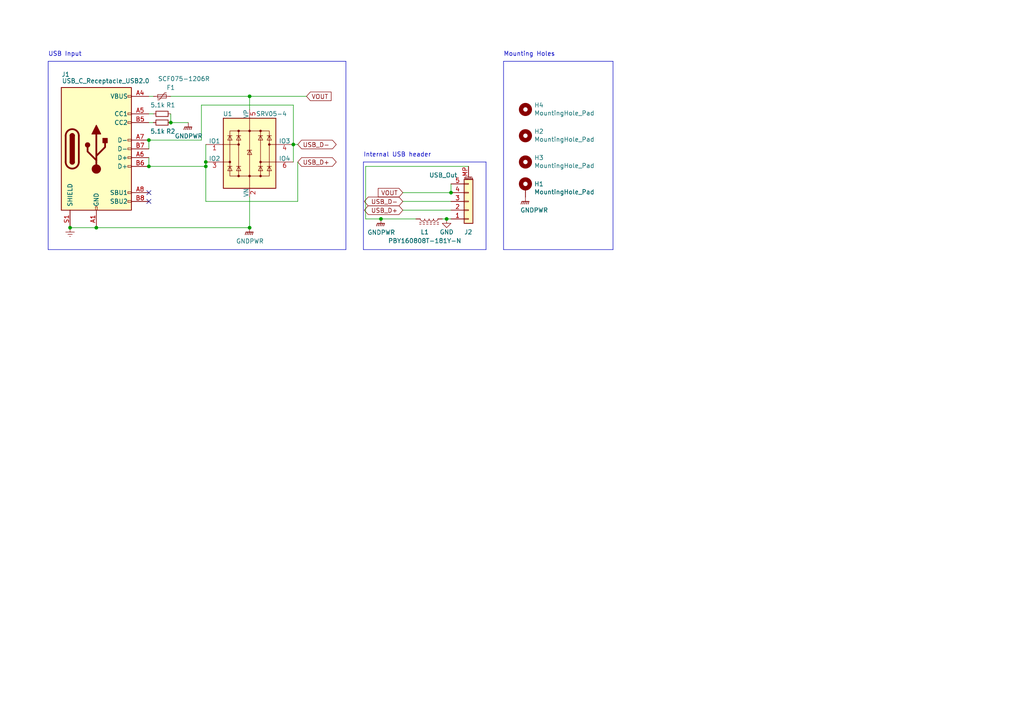
<source format=kicad_sch>
(kicad_sch (version 20211123) (generator eeschema)
  (paper "A4")
  (lib_symbols
    (symbol "Connector_Generic_MountingPin:Conn_01x05_MountingPin" (pin_names (offset 1.016) hide)
      (property "Reference" "J" (at 0 7.62 0))
      (property "Value" "Conn_01x05_MountingPin" (at 1.27 -7.62 0))
      (symbol "Conn_01x05_MountingPin_1_1"
        (rectangle (start -1.27 -4.953) (end 0 -5.207) (stroke (width 0.1524)))
        (rectangle (start -1.27 -2.413) (end 0 -2.667) (stroke (width 0.1524)))
        (rectangle (start -1.27 0.127) (end 0 -0.127) (stroke (width 0.1524)))
        (rectangle (start -1.27 2.667) (end 0 2.413) (stroke (width 0.1524)))
        (rectangle (start -1.27 5.207) (end 0 4.953) (stroke (width 0.1524)))
        (rectangle (start -1.27 6.35) (end 1.27 -6.35) (stroke (width 0.254)) (fill (type background)))
        (polyline (pts (xy -1.016 -7.112) (xy 1.016 -7.112)) (stroke (width 0.1524)))
        (text "Mounting" (at 0 -6.731 0) (effects (font (size 0.381 0.381))))
        (pin passive line (at -5.08 5.08 0) (length 3.81) (name "Pin_1") (number "1"))
        (pin passive line (at -5.08 2.54 0) (length 3.81) (name "Pin_2") (number "2"))
        (pin passive line (at -5.08 0 0) (length 3.81) (name "Pin_3") (number "3"))
        (pin passive line (at -5.08 -2.54 0) (length 3.81) (name "Pin_4") (number "4"))
        (pin passive line (at -5.08 -5.08 0) (length 3.81) (name "Pin_5") (number "5"))
        (pin passive line (at 0 -10.16 90) (length 3.048) (name "MountPin") (number "MP"))
      )
    )
    (symbol "Device:Polyfuse_Small" (pin_numbers hide) (pin_names (offset 0))
      (property "Reference" "F" (at -1.905 0 90))
      (property "Value" "Polyfuse_Small" (at 1.905 0 90))
      (symbol "Polyfuse_Small_0_1"
        (rectangle (start -0.508 1.27) (end 0.508 -1.27))
        (polyline (pts (xy 0 2.54) (xy 0 -2.54)))
        (polyline (pts (xy -1.016 1.27) (xy -1.016 0.762) (xy 1.016 -0.762) (xy 1.016 -1.27)))
      )
      (symbol "Polyfuse_Small_1_1"
        (pin passive line (at 0 2.54 270) (length 0.635) (name "~") (number "1"))
        (pin passive line (at 0 -2.54 90) (length 0.635) (name "~") (number "2"))
      )
    )
    (symbol "Device:R_Small" (pin_numbers hide) (pin_names (offset 0.254) hide)
      (property "Reference" "R" (at 0.762 0.508 0))
      (property "Value" "R_Small" (at 0.762 -1.016 0))
      (symbol "R_Small_0_1"
        (rectangle (start -0.762 1.778) (end 0.762 -1.778) (stroke (width 0.2032)))
      )
      (symbol "R_Small_1_1"
        (pin passive line (at 0 2.54 270) (length 0.762) (name "~") (number "1"))
        (pin passive line (at 0 -2.54 90) (length 0.762) (name "~") (number "2"))
      )
    )
    (symbol "Mechanical:MountingHole" (pin_names (offset 1.016))
      (property "Reference" "H" (at 0 5.08 0))
      (property "Value" "MountingHole" (at 0 3.175 0))
      (symbol "MountingHole_0_1"
        (circle (center 0 0) (radius 1.27) (stroke (width 1.27)))
      )
    )
    (symbol "Mechanical:MountingHole_Pad" (pin_numbers hide) (pin_names (offset 1.016) hide)
      (property "Reference" "H" (at 0 6.35 0))
      (property "Value" "MountingHole_Pad" (at 0 4.445 0))
      (symbol "MountingHole_Pad_0_1"
        (circle (center 0 1.27) (radius 1.27) (stroke (width 1.27)))
      )
      (symbol "MountingHole_Pad_1_1"
        (pin input line (at 0 -2.54 90) (length 2.54) (name "1") (number "1"))
      )
    )
    (symbol "Power_Protection:SRV05-4" (pin_names (offset 0))
      (property "Reference" "U" (at -5.08 11.43 0))
      (property "Value" "SRV05-4" (at 2.54 11.43 0))
      (symbol "SRV05-4_0_0"
        (rectangle (start -5.715 6.477) (end 5.715 -6.604))
        (polyline (pts (xy -3.175 -6.604) (xy -3.175 6.477)))
        (polyline (pts (xy 3.175 6.477) (xy 3.175 -6.604)))
      )
      (symbol "SRV05-4_0_1"
        (rectangle (start -7.62 10.16) (end 7.62 -10.16) (stroke (width 0.254)) (fill (type background)))
        (circle (center -5.715 -2.54) (radius 0.2794) (fill (type outline)))
        (circle (center -3.175 -6.604) (radius 0.2794) (fill (type outline)))
        (circle (center -3.175 2.54) (radius 0.2794) (fill (type outline)))
        (circle (center -3.175 6.477) (radius 0.2794) (fill (type outline)))
        (circle (center 0 -6.604) (radius 0.2794) (fill (type outline)))
        (polyline (pts (xy -7.747 2.54) (xy -3.175 2.54)))
        (polyline (pts (xy -7.62 -2.54) (xy -5.715 -2.54)))
        (polyline (pts (xy -5.08 -3.81) (xy -6.35 -3.81)))
        (polyline (pts (xy -5.08 5.08) (xy -6.35 5.08)))
        (polyline (pts (xy -2.54 -3.81) (xy -3.81 -3.81)))
        (polyline (pts (xy -2.54 5.08) (xy -3.81 5.08)))
        (polyline (pts (xy 0 10.16) (xy 0 -10.16)))
        (polyline (pts (xy 3.81 -3.81) (xy 2.54 -3.81)))
        (polyline (pts (xy 3.81 5.08) (xy 2.54 5.08)))
        (polyline (pts (xy 6.35 -3.81) (xy 5.08 -3.81)))
        (polyline (pts (xy 6.35 5.08) (xy 5.08 5.08)))
        (polyline (pts (xy 7.62 -2.54) (xy 3.175 -2.54)))
        (polyline (pts (xy 7.62 2.54) (xy 5.715 2.54)))
        (polyline (pts (xy 0.635 0.889) (xy -0.635 0.889) (xy -0.635 0.635)))
        (polyline (pts (xy -5.08 -5.08) (xy -6.35 -5.08) (xy -5.715 -3.81) (xy -5.08 -5.08)))
        (polyline (pts (xy -5.08 3.81) (xy -6.35 3.81) (xy -5.715 5.08) (xy -5.08 3.81)))
        (polyline (pts (xy -2.54 -5.08) (xy -3.81 -5.08) (xy -3.175 -3.81) (xy -2.54 -5.08)))
        (polyline (pts (xy -2.54 3.81) (xy -3.81 3.81) (xy -3.175 5.08) (xy -2.54 3.81)))
        (polyline (pts (xy 0.635 -0.381) (xy -0.635 -0.381) (xy 0 0.889) (xy 0.635 -0.381)))
        (polyline (pts (xy 3.81 -5.08) (xy 2.54 -5.08) (xy 3.175 -3.81) (xy 3.81 -5.08)))
        (polyline (pts (xy 3.81 3.81) (xy 2.54 3.81) (xy 3.175 5.08) (xy 3.81 3.81)))
        (polyline (pts (xy 6.35 -5.08) (xy 5.08 -5.08) (xy 5.715 -3.81) (xy 6.35 -5.08)))
        (polyline (pts (xy 6.35 3.81) (xy 5.08 3.81) (xy 5.715 5.08) (xy 6.35 3.81)))
        (circle (center 0 6.477) (radius 0.2794) (fill (type outline)))
        (circle (center 3.175 -6.604) (radius 0.2794) (fill (type outline)))
        (circle (center 3.175 -2.54) (radius 0.2794) (fill (type outline)))
        (circle (center 3.175 6.477) (radius 0.2794) (fill (type outline)))
        (circle (center 5.715 2.54) (radius 0.2794) (fill (type outline)))
      )
      (symbol "SRV05-4_1_1"
        (pin passive line (at -12.7 2.54 0) (length 5.08) (name "IO1") (number "1"))
        (pin passive line (at 0 -12.7 90) (length 2.54) (name "VN") (number "2"))
        (pin passive line (at -12.7 -2.54 0) (length 5.08) (name "IO2") (number "3"))
        (pin passive line (at 12.7 2.54 180) (length 5.08) (name "IO3") (number "4"))
        (pin passive line (at 0 12.7 270) (length 2.54) (name "VP") (number "5"))
        (pin passive line (at 12.7 -2.54 180) (length 5.08) (name "IO4") (number "6"))
      )
    )
    (symbol "power:Earth" (power) (pin_names (offset 0))
      (symbol "Earth_0_1"
        (polyline (pts (xy -0.635 -1.905) (xy 0.635 -1.905)))
        (polyline (pts (xy -0.127 -2.54) (xy 0.127 -2.54)))
        (polyline (pts (xy 0 -1.27) (xy 0 0)))
        (polyline (pts (xy 1.27 -1.27) (xy -1.27 -1.27)))
      )
      (symbol "Earth_1_1"
        (pin power_in line (at 0 0 270) (length 0) hide (name "Earth") (number "1"))
      )
    )
    (symbol "power:GND" (power) (pin_names (offset 0))
      (property "Value" "GND" (at 0 -3.81 0))
      (symbol "GND_0_1"
        (polyline (pts (xy 0 0) (xy 0 -1.27) (xy 1.27 -1.27) (xy 0 -2.54) (xy -1.27 -1.27) (xy 0 -1.27)))
      )
      (symbol "GND_1_1"
        (pin power_in line (at 0 0 270) (length 0) hide (name "GND") (number "1"))
      )
    )
    (symbol "power:GNDPWR" (power) (pin_names (offset 0))
      (property "Value" "GNDPWR" (at 0 -3.302 0))
      (symbol "GNDPWR_0_1"
        (polyline (pts (xy 0 -1.27) (xy 0 0)))
        (polyline (pts (xy -1.016 -1.27) (xy -1.27 -2.032) (xy -1.27 -2.032)) (stroke (width 0.2032)))
        (polyline (pts (xy -0.508 -1.27) (xy -0.762 -2.032) (xy -0.762 -2.032)) (stroke (width 0.2032)))
        (polyline (pts (xy 0 -1.27) (xy -0.254 -2.032) (xy -0.254 -2.032)) (stroke (width 0.2032)))
        (polyline (pts (xy 0.508 -1.27) (xy 0.254 -2.032) (xy 0.254 -2.032)) (stroke (width 0.2032)))
        (polyline (pts (xy 1.016 -1.27) (xy -1.016 -1.27) (xy -1.016 -1.27)) (stroke (width 0.2032)))
        (polyline (pts (xy 1.016 -1.27) (xy 0.762 -2.032) (xy 0.762 -2.032) (xy 0.762 -2.032)) (stroke (width 0.2032)))
      )
      (symbol "GNDPWR_1_1"
        (pin power_in line (at 0 0 270) (length 0) hide (name "GNDPWR") (number "1"))
      )
    )
    (symbol "unified-usb-pcb_simple-rescue:L_Core_Ferrite-Device" (pin_numbers hide) (pin_names (offset 1.016) hide)
      (property "Reference" "L" (at -1.27 0 90))
      (property "Value" "L_Core_Ferrite-Device" (at 2.794 0 90))
      (symbol "L_Core_Ferrite-Device_0_1"
        (arc (start 0 -2.54) (mid 0.635 -1.905) (end 0 -1.27))
        (arc (start 0 -1.27) (mid 0.635 -0.635) (end 0 0))
        (polyline (pts (xy 1.016 -2.794) (xy 1.016 -2.286)))
        (polyline (pts (xy 1.016 -1.778) (xy 1.016 -1.27)))
        (polyline (pts (xy 1.016 -0.762) (xy 1.016 -0.254)))
        (polyline (pts (xy 1.016 0.254) (xy 1.016 0.762)))
        (polyline (pts (xy 1.016 1.27) (xy 1.016 1.778)))
        (polyline (pts (xy 1.016 2.286) (xy 1.016 2.794)))
        (polyline (pts (xy 1.524 -2.286) (xy 1.524 -2.794)))
        (polyline (pts (xy 1.524 -1.27) (xy 1.524 -1.778)))
        (polyline (pts (xy 1.524 -0.254) (xy 1.524 -0.762)))
        (polyline (pts (xy 1.524 0.762) (xy 1.524 0.254)))
        (polyline (pts (xy 1.524 1.778) (xy 1.524 1.27)))
        (polyline (pts (xy 1.524 2.794) (xy 1.524 2.286)))
        (arc (start 0 0) (mid 0.635 0.635) (end 0 1.27))
        (arc (start 0 1.27) (mid 0.635 1.905) (end 0 2.54))
      )
      (symbol "L_Core_Ferrite-Device_1_1"
        (pin passive line (at 0 3.81 270) (length 1.27) (name "1") (number "1"))
        (pin passive line (at 0 -3.81 90) (length 1.27) (name "2") (number "2"))
      )
    )
    (symbol "unified-usb-pcb_simple-rescue:USB_C_Receptacle_USB2.0-Connector" (pin_names (offset 1.016))
      (property "Reference" "J" (at -10.16 19.05 0))
      (property "Value" "USB_C_Receptacle_USB2.0-Connector" (at 19.05 19.05 0))
      (symbol "USB_C_Receptacle_USB2.0-Connector_0_0"
        (rectangle (start -0.254 -17.78) (end 0.254 -16.764))
        (rectangle (start 10.16 -14.986) (end 9.144 -15.494))
        (rectangle (start 10.16 -12.446) (end 9.144 -12.954))
        (rectangle (start 10.16 -4.826) (end 9.144 -5.334))
        (rectangle (start 10.16 -2.286) (end 9.144 -2.794))
        (rectangle (start 10.16 0.254) (end 9.144 -0.254))
        (rectangle (start 10.16 2.794) (end 9.144 2.286))
        (rectangle (start 10.16 7.874) (end 9.144 7.366))
        (rectangle (start 10.16 10.414) (end 9.144 9.906))
        (rectangle (start 10.16 15.494) (end 9.144 14.986))
      )
      (symbol "USB_C_Receptacle_USB2.0-Connector_0_1"
        (rectangle (start -10.16 17.78) (end 10.16 -17.78) (stroke (width 0.254)) (fill (type background)))
        (arc (start -8.89 -3.81) (mid -6.985 -5.715) (end -5.08 -3.81) (stroke (width 0.508)))
        (arc (start -7.62 -3.81) (mid -6.985 -4.445) (end -6.35 -3.81) (stroke (width 0.254)))
        (arc (start -7.62 -3.81) (mid -6.985 -4.445) (end -6.35 -3.81) (stroke (width 0.254)) (fill (type outline)))
        (rectangle (start -7.62 -3.81) (end -6.35 3.81) (stroke (width 0.254)) (fill (type outline)))
        (arc (start -6.35 3.81) (mid -6.985 4.445) (end -7.62 3.81) (stroke (width 0.254)))
        (arc (start -6.35 3.81) (mid -6.985 4.445) (end -7.62 3.81) (stroke (width 0.254)) (fill (type outline)))
        (arc (start -5.08 3.81) (mid -6.985 5.715) (end -8.89 3.81) (stroke (width 0.508)))
        (circle (center -2.54 1.143) (radius 0.635) (stroke (width 0.254)) (fill (type outline)))
        (circle (center 0 -5.842) (radius 1.27) (fill (type outline)))
        (polyline (pts (xy -8.89 -3.81) (xy -8.89 3.81)) (stroke (width 0.508)))
        (polyline (pts (xy -5.08 3.81) (xy -5.08 -3.81)) (stroke (width 0.508)))
        (polyline (pts (xy 0 -5.842) (xy 0 4.318)) (stroke (width 0.508)))
        (polyline (pts (xy 0 -3.302) (xy -2.54 -0.762) (xy -2.54 0.508)) (stroke (width 0.508)))
        (polyline (pts (xy 0 -2.032) (xy 2.54 0.508) (xy 2.54 1.778)) (stroke (width 0.508)))
        (polyline (pts (xy -1.27 4.318) (xy 0 6.858) (xy 1.27 4.318) (xy -1.27 4.318)) (stroke (width 0.254)) (fill (type outline)))
        (rectangle (start 1.905 1.778) (end 3.175 3.048) (stroke (width 0.254)) (fill (type outline)))
      )
      (symbol "USB_C_Receptacle_USB2.0-Connector_1_1"
        (pin power_in line (at 0 -22.86 90) (length 5.08) (name "GND") (number "A1"))
        (pin passive line (at 0 -22.86 90) (length 5.08) hide (name "GND") (number "A12"))
        (pin power_in line (at 15.24 15.24 180) (length 5.08) (name "VBUS") (number "A4"))
        (pin bidirectional line (at 15.24 10.16 180) (length 5.08) (name "CC1") (number "A5"))
        (pin bidirectional line (at 15.24 -2.54 180) (length 5.08) (name "D+") (number "A6"))
        (pin bidirectional line (at 15.24 2.54 180) (length 5.08) (name "D-") (number "A7"))
        (pin bidirectional line (at 15.24 -12.7 180) (length 5.08) (name "SBU1") (number "A8"))
        (pin passive line (at 15.24 15.24 180) (length 5.08) hide (name "VBUS") (number "A9"))
        (pin passive line (at 0 -22.86 90) (length 5.08) hide (name "GND") (number "B1"))
        (pin passive line (at 0 -22.86 90) (length 5.08) hide (name "GND") (number "B12"))
        (pin passive line (at 15.24 15.24 180) (length 5.08) hide (name "VBUS") (number "B4"))
        (pin bidirectional line (at 15.24 7.62 180) (length 5.08) (name "CC2") (number "B5"))
        (pin bidirectional line (at 15.24 -5.08 180) (length 5.08) (name "D+") (number "B6"))
        (pin bidirectional line (at 15.24 0 180) (length 5.08) (name "D-") (number "B7"))
        (pin bidirectional line (at 15.24 -15.24 180) (length 5.08) (name "SBU2") (number "B8"))
        (pin passive line (at 15.24 15.24 180) (length 5.08) hide (name "VBUS") (number "B9"))
        (pin passive line (at -7.62 -22.86 90) (length 5.08) (name "SHIELD") (number "S1"))
      )
    )
  )
  (junction (at 85.09 41.91))
  (junction (at 130.81 55.88))
  (junction (at 59.69 48.26))
  (junction (at 43.18 40.64))
  (junction (at 110.49 63.5))
  (junction (at 27.94 66.04))
  (junction (at 43.18 48.26))
  (junction (at 59.69 46.99))
  (junction (at 20.32 66.04))
  (junction (at 72.39 66.04))
  (junction (at 72.39 27.94))
  (junction (at 49.53 35.56))
  (junction (at 129.54 63.5))
  (no_connect (at 43.18 58.42))
  (no_connect (at 43.18 55.88))
  (wire (pts (xy 43.18 48.26) (xy 59.69 48.26)))
  (wire (pts (xy 86.36 58.42) (xy 86.36 46.99)))
  (wire (pts (xy 49.53 33.02) (xy 49.53 35.56)))
  (wire (pts (xy 106.045 48.26) (xy 106.045 63.5)))
  (wire (pts (xy 129.54 63.5) (xy 130.81 63.5)))
  (wire (pts (xy 58.42 40.64) (xy 43.18 40.64)))
  (polyline (pts (xy 140.97 72.39) (xy 140.97 46.99)) (stroke (width 0) (type solid)))
  (wire (pts (xy 43.18 35.56) (xy 44.45 35.56)))
  (wire (pts (xy 116.84 55.88) (xy 130.81 55.88)))
  (wire (pts (xy 59.69 48.26) (xy 59.69 58.42)))
  (wire (pts (xy 58.42 30.48) (xy 58.42 40.64)))
  (wire (pts (xy 85.09 41.91) (xy 85.09 30.48)))
  (polyline (pts (xy 105.41 72.39) (xy 140.97 72.39)) (stroke (width 0) (type solid)))
  (polyline (pts (xy 100.33 72.39) (xy 100.33 17.78)) (stroke (width 0) (type solid)))
  (polyline (pts (xy 177.8 17.78) (xy 146.05 17.78)) (stroke (width 0) (type solid)))
  (wire (pts (xy 72.39 57.15) (xy 72.39 66.04)))
  (wire (pts (xy 135.89 48.26) (xy 106.045 48.26)))
  (wire (pts (xy 116.84 58.42) (xy 130.81 58.42)))
  (wire (pts (xy 86.36 41.91) (xy 85.09 41.91)))
  (wire (pts (xy 72.39 27.94) (xy 88.9 27.94)))
  (polyline (pts (xy 13.97 17.78) (xy 13.97 72.39)) (stroke (width 0) (type solid)))
  (wire (pts (xy 85.09 41.91) (xy 85.09 46.99)))
  (wire (pts (xy 49.53 35.56) (xy 54.61 35.56)))
  (polyline (pts (xy 13.97 72.39) (xy 100.33 72.39)) (stroke (width 0) (type solid)))
  (wire (pts (xy 130.81 53.34) (xy 130.81 55.88)))
  (wire (pts (xy 59.69 58.42) (xy 86.36 58.42)))
  (polyline (pts (xy 177.8 72.39) (xy 177.8 17.78)) (stroke (width 0) (type solid)))
  (wire (pts (xy 43.18 40.64) (xy 43.18 43.18)))
  (wire (pts (xy 72.39 27.94) (xy 72.39 31.75)))
  (wire (pts (xy 59.69 41.91) (xy 59.69 46.99)))
  (polyline (pts (xy 146.05 17.78) (xy 146.05 72.39)) (stroke (width 0) (type solid)))
  (wire (pts (xy 43.18 48.26) (xy 43.18 45.72)))
  (wire (pts (xy 72.39 66.04) (xy 27.94 66.04)))
  (wire (pts (xy 49.53 27.94) (xy 72.39 27.94)))
  (wire (pts (xy 106.045 63.5) (xy 110.49 63.5)))
  (wire (pts (xy 59.69 48.26) (xy 59.69 46.99)))
  (wire (pts (xy 43.18 27.94) (xy 44.45 27.94)))
  (polyline (pts (xy 140.97 46.99) (xy 105.41 46.99)) (stroke (width 0) (type solid)))
  (polyline (pts (xy 100.33 17.78) (xy 13.97 17.78)) (stroke (width 0) (type solid)))
  (polyline (pts (xy 146.05 72.39) (xy 177.8 72.39)) (stroke (width 0) (type solid)))
  (wire (pts (xy 43.18 33.02) (xy 44.45 33.02)))
  (wire (pts (xy 128.27 63.5) (xy 129.54 63.5)))
  (wire (pts (xy 116.84 60.96) (xy 130.81 60.96)))
  (wire (pts (xy 85.09 30.48) (xy 58.42 30.48)))
  (wire (pts (xy 20.32 66.04) (xy 27.94 66.04)))
  (polyline (pts (xy 105.41 46.99) (xy 105.41 72.39)) (stroke (width 0) (type solid)))
  (wire (pts (xy 120.65 63.5) (xy 110.49 63.5)))
  (text "USB Input" (at 13.97 16.51 0) (effects (font (size 1.27 1.27)) (justify left bottom)))
  (text "Internal USB header" (at 105.41 45.72 0) (effects (font (size 1.27 1.27)) (justify left bottom)))
  (text "Mounting Holes" (at 146.05 16.51 0) (effects (font (size 1.27 1.27)) (justify left bottom)))
  (global_label "USB_D+" (shape bidirectional) (at 116.84 60.96 180) (property "Intersheet References" "${INTERSHEET_REFS}" (effects hide)))
  (global_label "USB_D-" (shape bidirectional) (at 116.84 58.42 180) (property "Intersheet References" "${INTERSHEET_REFS}" (effects hide)))
  (global_label "USB_D+" (shape bidirectional) (at 86.36 46.99 0) (property "Intersheet References" "${INTERSHEET_REFS}" (effects hide)))
  (global_label "USB_D-" (shape bidirectional) (at 86.36 41.91 0) (property "Intersheet References" "${INTERSHEET_REFS}" (effects hide)))
  (global_label "VOUT" (shape input) (at 116.84 55.88 180) (property "Intersheet References" "${INTERSHEET_REFS}" (effects hide)))
  (global_label "VOUT" (shape input) (at 88.9 27.94 0) (property "Intersheet References" "${INTERSHEET_REFS}" (effects hide)))
  (symbol (lib_id "unified-usb-pcb_simple-rescue:USB_C_Receptacle_USB2.0-Connector") (at 27.94 43.18 0) (unit 1)
    (property "Reference" "J1" (at 19.05 21.59 0))
    (property "Value" "USB_C_Receptacle_USB2.0" (at 30.6578 23.4696 0))
    (property "Footprint" "Connector_USB:USB_C_Receptacle_HRO_TYPE-C-31-M-12" (effects hide))
    (property "Datasheet" "https://www.usb.org/sites/default/files/documents/usb_type-c.zip" (effects hide))
    (property "LCSC" "/" (effects hide))
  )
  (symbol (lib_id "Power_Protection:SRV05-4") (at 72.39 44.45 0) (unit 1)
    (property "Reference" "U1" (at 66.04 33.02 0))
    (property "Value" "SRV05-4" (at 78.74 33.02 0))
    (property "Footprint" "Package_TO_SOT_SMD:SOT-23-6" (effects hide))
    (property "Datasheet" "http://www.onsemi.com/pub/Collateral/SRV05-4-D.PDF" (effects hide))
    (property "LCSC" "C85364" (effects hide))
  )
  (symbol (lib_id "power:GNDPWR") (at 110.49 63.5 0) (unit 1)
    (property "Reference" "#PWR03" (effects hide))
    (property "Value" "GNDPWR" (at 110.5916 67.4116 0))
  )
  (symbol (lib_id "Device:R_Small") (at 46.99 33.02 270) (unit 1)
    (property "Reference" "R1" (at 49.53 30.48 90))
    (property "Value" "5.1k" (at 45.72 30.48 90))
    (property "Footprint" "Resistor_SMD:R_0603_1608Metric" (effects hide))
    (property "LCSC" "C23186" (effects hide))
  )
  (symbol (lib_id "Device:R_Small") (at 46.99 35.56 270) (unit 1)
    (property "Reference" "R2" (at 49.53 38.1 90))
    (property "Value" "5.1k" (at 45.72 38.1 90))
    (property "Footprint" "Resistor_SMD:R_0603_1608Metric" (effects hide))
    (property "LCSC" "C23186" (effects hide))
  )
  (symbol (lib_id "power:GNDPWR") (at 54.61 35.56 0) (unit 1)
    (property "Reference" "#PWR01" (effects hide))
    (property "Value" "GNDPWR" (at 54.7116 39.4716 0))
  )
  (symbol (lib_id "Device:Polyfuse_Small") (at 46.99 27.94 270) (unit 1)
    (property "Reference" "F1" (at 49.53 25.4 90))
    (property "Value" "SCF075-1206R" (at 53.34 22.86 90))
    (property "Footprint" "Fuse:Fuse_1206_3216Metric" (effects hide))
    (property "Datasheet" "https://datasheet.lcsc.com/szlcsc/SOCAY-Elec-SCF075-1206R_C183290.pdf" (effects hide))
    (property "LCSC" "C183290" (effects hide))
  )
  (symbol (lib_id "power:GNDPWR") (at 72.39 66.04 0) (unit 1)
    (property "Reference" "#PWR04" (effects hide))
    (property "Value" "GNDPWR" (at 72.4916 69.9516 0))
  )
  (symbol (lib_id "Connector_Generic_MountingPin:Conn_01x05_MountingPin") (at 135.89 58.42 0) (mirror x) (unit 1)
    (property "Reference" "J2" (at 134.62 67.31 0) (effects (justify left)))
    (property "Value" "USB_Out" (at 124.46 50.8 0) (effects (justify left)))
    (property "Footprint" "Connector_JST:JST_SH_SM05B-SRSS-TB_1x05-1MP_P1.00mm_Horizontal" (effects hide))
    (property "LCSC" "/" (effects hide))
  )
  (symbol (lib_id "Mechanical:MountingHole_Pad") (at 152.4 54.61 0) (unit 1)
    (property "Reference" "H1" (at 154.94 53.3654 0) (effects (justify left)))
    (property "Value" "MountingHole_Pad" (at 154.94 55.6768 0) (effects (justify left)))
    (property "Footprint" "MountingHole:MountingHole_2.7mm_M2.5_DIN965_Pad" (effects hide))
    (property "LCSC" "/" (effects hide))
  )
  (symbol (lib_id "Mechanical:MountingHole") (at 152.4 39.37 0) (unit 1)
    (property "Reference" "H2" (at 154.94 38.1254 0) (effects (justify left)))
    (property "Value" "MountingHole_Pad" (at 154.94 40.4368 0) (effects (justify left)))
    (property "Footprint" "MountingHole:MountingHole_2.7mm_M2.5_DIN965_Pad" (effects hide))
    (property "LCSC" "/" (effects hide))
  )
  (symbol (lib_id "Mechanical:MountingHole") (at 152.4 46.99 0) (unit 1)
    (property "Reference" "H3" (at 154.94 45.7454 0) (effects (justify left)))
    (property "Value" "MountingHole_Pad" (at 154.94 48.0568 0) (effects (justify left)))
    (property "Footprint" "MountingHole:MountingHole_2.7mm_M2.5_DIN965_Pad" (effects hide))
    (property "LCSC" "/" (effects hide))
  )
  (symbol (lib_id "Mechanical:MountingHole") (at 152.4 31.75 0) (unit 1)
    (property "Reference" "H4" (at 154.94 30.5054 0) (effects (justify left)))
    (property "Value" "MountingHole_Pad" (at 154.94 32.8168 0) (effects (justify left)))
    (property "Footprint" "MountingHole:MountingHole_2.7mm_M2.5_DIN965_Pad" (effects hide))
    (property "LCSC" "/" (effects hide))
  )
  (symbol (lib_id "unified-usb-pcb_simple-rescue:L_Core_Ferrite-Device") (at 124.46 63.5 270) (unit 1)
    (property "Reference" "L1" (at 123.19 67.31 90))
    (property "Value" "PBY160808T-181Y-N" (at 123.19 69.85 90))
    (property "Footprint" "Inductor_SMD:L_0603_1608Metric" (effects hide))
    (property "LCSC" " C114288" (effects hide))
  )
  (symbol (lib_id "power:GND") (at 129.54 63.5 0) (unit 1)
    (property "Reference" "#PWR0101" (effects hide))
    (property "Value" "GND" (at 129.54 67.31 0))
  )
  (symbol (lib_id "power:GNDPWR") (at 152.4 57.15 0) (unit 1)
    (property "Reference" "#PWR02" (effects hide))
    (property "Value" "GNDPWR" (at 154.94 60.96 0))
  )
  (symbol (lib_id "power:Earth") (at 20.32 66.04 0) (unit 1)
    (property "Reference" "#PWR0102" (effects hide))
    (property "Value" "Earth" (effects hide))
  )
)
</source>
